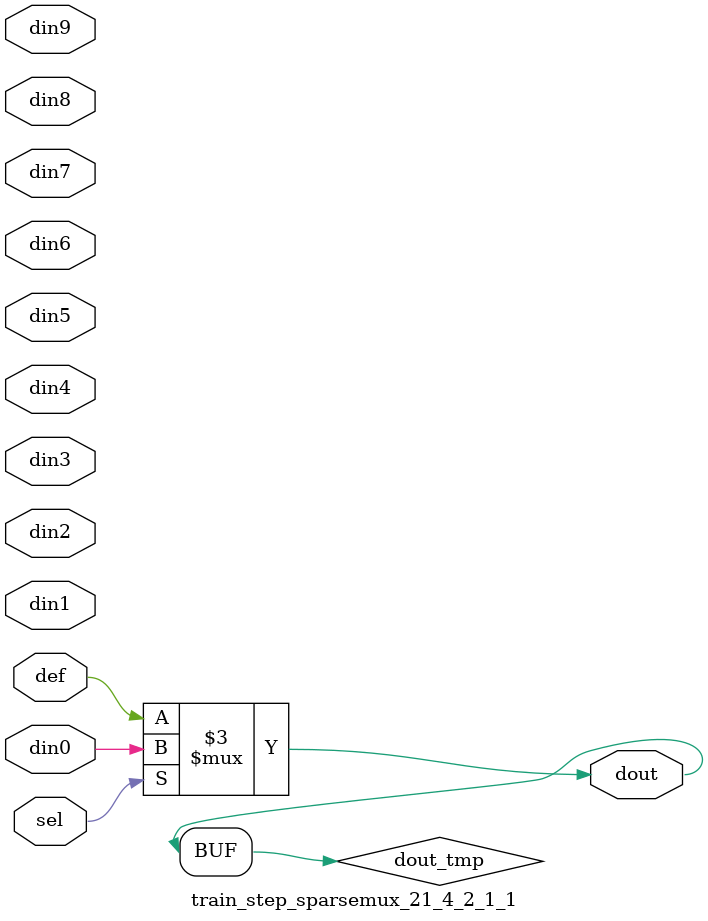
<source format=v>
`timescale 1ns / 1ps

module train_step_sparsemux_21_4_2_1_1 (din0,din1,din2,din3,din4,din5,din6,din7,din8,din9,def,sel,dout);

parameter din0_WIDTH = 1;

parameter din1_WIDTH = 1;

parameter din2_WIDTH = 1;

parameter din3_WIDTH = 1;

parameter din4_WIDTH = 1;

parameter din5_WIDTH = 1;

parameter din6_WIDTH = 1;

parameter din7_WIDTH = 1;

parameter din8_WIDTH = 1;

parameter din9_WIDTH = 1;

parameter def_WIDTH = 1;
parameter sel_WIDTH = 1;
parameter dout_WIDTH = 1;

parameter [sel_WIDTH-1:0] CASE0 = 1;

parameter [sel_WIDTH-1:0] CASE1 = 1;

parameter [sel_WIDTH-1:0] CASE2 = 1;

parameter [sel_WIDTH-1:0] CASE3 = 1;

parameter [sel_WIDTH-1:0] CASE4 = 1;

parameter [sel_WIDTH-1:0] CASE5 = 1;

parameter [sel_WIDTH-1:0] CASE6 = 1;

parameter [sel_WIDTH-1:0] CASE7 = 1;

parameter [sel_WIDTH-1:0] CASE8 = 1;

parameter [sel_WIDTH-1:0] CASE9 = 1;

parameter ID = 1;
parameter NUM_STAGE = 1;



input [din0_WIDTH-1:0] din0;

input [din1_WIDTH-1:0] din1;

input [din2_WIDTH-1:0] din2;

input [din3_WIDTH-1:0] din3;

input [din4_WIDTH-1:0] din4;

input [din5_WIDTH-1:0] din5;

input [din6_WIDTH-1:0] din6;

input [din7_WIDTH-1:0] din7;

input [din8_WIDTH-1:0] din8;

input [din9_WIDTH-1:0] din9;

input [def_WIDTH-1:0] def;
input [sel_WIDTH-1:0] sel;

output [dout_WIDTH-1:0] dout;



reg [dout_WIDTH-1:0] dout_tmp;


always @ (*) begin
(* parallel_case *) case (sel)
    
    CASE0 : dout_tmp = din0;
    
    CASE1 : dout_tmp = din1;
    
    CASE2 : dout_tmp = din2;
    
    CASE3 : dout_tmp = din3;
    
    CASE4 : dout_tmp = din4;
    
    CASE5 : dout_tmp = din5;
    
    CASE6 : dout_tmp = din6;
    
    CASE7 : dout_tmp = din7;
    
    CASE8 : dout_tmp = din8;
    
    CASE9 : dout_tmp = din9;
    
    default : dout_tmp = def;
endcase
end


assign dout = dout_tmp;



endmodule

</source>
